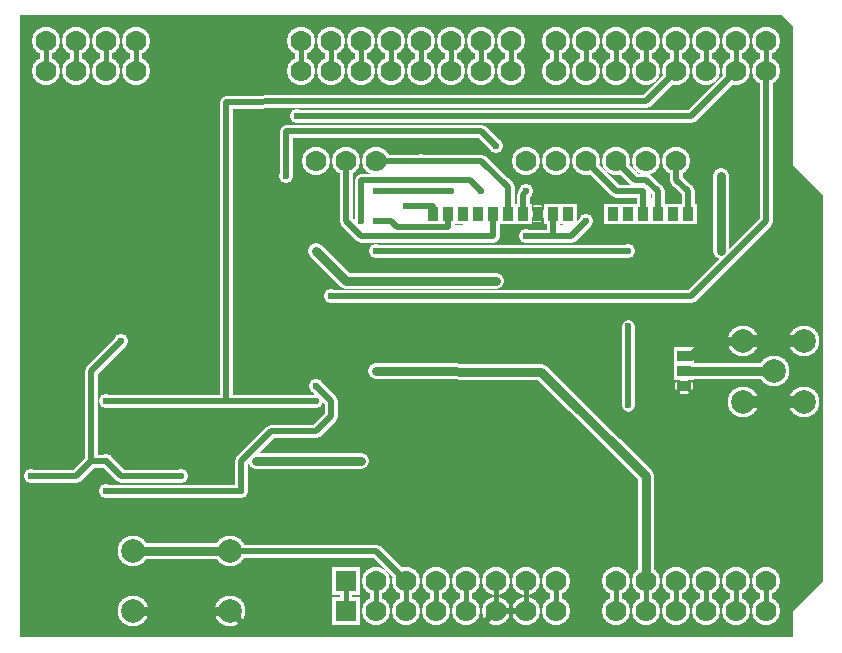
<source format=gbr>
G04 GERBER ASCII OUTPUT FROM: EDWINXP (VER. 1.61 REV. 20080915)*
G04 GERBER FORMAT: RX-274-X*
G04 BOARD: AMICUS_GPS_SHIELD*
G04 ARTWORK OF SOLD.LAYERPOSITIVE SUPERIMPOSED ON NEGATIVE*
%ASAXBY*%
%FSLAX23Y23*%
%MIA0B0*%
%MOIN*%
%OFA0.0000B0.0000*%
%SFA1B1*%
%IJA0B0*%
%INLAYER29NEGPOS*%
%IOA0B0*%
%IPPOS*%
%IR0*%
G04 APERTURE MACROS*
%AMEDWDONUT*
1,1,$1,$2,$3*
1,0,$4,$2,$3*
%
%AMEDWFRECT*
20,1,$1,$2,$3,$4,$5,$6*
%
%AMEDWORECT*
20,1,$1,$2,$3,$4,$5,$10*
20,1,$1,$4,$5,$6,$7,$10*
20,1,$1,$6,$7,$8,$9,$10*
20,1,$1,$8,$9,$2,$3,$10*
1,1,$1,$2,$3*
1,1,$1,$4,$5*
1,1,$1,$6,$7*
1,1,$1,$8,$9*
%
%AMEDWLINER*
20,1,$1,$2,$3,$4,$5,$6*
1,1,$1,$2,$3*
1,1,$1,$4,$5*
%
%AMEDWFTRNG*
4,1,3,$1,$2,$3,$4,$5,$6,$7,$8,$9*
%
%AMEDWATRNG*
4,1,3,$1,$2,$3,$4,$5,$6,$7,$8,$9*
20,1,$11,$1,$2,$3,$4,$10*
20,1,$11,$3,$4,$5,$6,$10*
20,1,$11,$5,$6,$7,$8,$10*
1,1,$11,$3,$4*
1,1,$11,$5,$6*
1,1,$11,$7,$8*
%
%AMEDWOTRNG*
20,1,$1,$2,$3,$4,$5,$8*
20,1,$1,$4,$5,$6,$7,$8*
20,1,$1,$6,$7,$2,$3,$8*
1,1,$1,$2,$3*
1,1,$1,$4,$5*
1,1,$1,$6,$7*
%
G04*
G04 APERTURE LIST*
%ADD10R,0.0700X0.0650*%
%ADD11R,0.0940X0.0890*%
%ADD12R,0.0600X0.0550*%
%ADD13R,0.0840X0.0790*%
%ADD14R,0.1350X0.1350*%
%ADD15R,0.1590X0.1590*%
%ADD16R,0.1250X0.1250*%
%ADD17R,0.1490X0.1490*%
%ADD18R,0.1700X0.1700*%
%ADD19R,0.1940X0.1940*%
%ADD20R,0.1560X0.1560*%
%ADD21R,0.1800X0.1800*%
%ADD22R,0.03937X0.05118*%
%ADD23R,0.06337X0.07518*%
%ADD24R,0.03543X0.04724*%
%ADD25R,0.05943X0.07124*%
%ADD26R,0.05118X0.03937*%
%ADD27R,0.07518X0.06337*%
%ADD28R,0.04724X0.03543*%
%ADD29R,0.07124X0.05943*%
%ADD30R,0.0860X0.0860*%
%ADD31R,0.1100X0.1100*%
%ADD32R,0.0700X0.0700*%
%ADD33R,0.0940X0.0940*%
%ADD34R,0.0900X0.0350*%
%ADD35R,0.1140X0.0590*%
%ADD36R,0.0800X0.0250*%
%ADD37R,0.1040X0.0490*%
%ADD38R,0.04724X0.06693*%
%ADD39R,0.07124X0.09093*%
%ADD40R,0.03937X0.05906*%
%ADD41R,0.06337X0.08306*%
%ADD42R,0.0650X0.0700*%
%ADD43R,0.0890X0.0940*%
%ADD44R,0.0550X0.0600*%
%ADD45R,0.0790X0.0840*%
%ADD46C,0.00039*%
%ADD48C,0.0010*%
%ADD50C,0.00118*%
%ADD52C,0.0020*%
%ADD53R,0.0020X0.0020*%
%ADD54C,0.0030*%
%ADD55R,0.0030X0.0030*%
%ADD56C,0.0040*%
%ADD57R,0.0040X0.0040*%
%ADD58C,0.00472*%
%ADD60C,0.0050*%
%ADD61R,0.0050X0.0050*%
%ADD62C,0.00512*%
%ADD63R,0.00512X0.00512*%
%ADD64C,0.00551*%
%ADD65R,0.00551X0.00551*%
%ADD66C,0.00591*%
%ADD67R,0.00591X0.00591*%
%ADD68C,0.00659*%
%ADD69R,0.00659X0.00659*%
%ADD70C,0.00669*%
%ADD72C,0.00787*%
%ADD73R,0.00787X0.00787*%
%ADD74C,0.00799*%
%ADD76C,0.0080*%
%ADD78C,0.00984*%
%ADD79R,0.00984X0.00984*%
%ADD80C,0.0100*%
%ADD81R,0.0100X0.0100*%
%ADD82C,0.01181*%
%ADD84C,0.0120*%
%ADD86C,0.0120*%
%ADD88C,0.0130*%
%ADD90C,0.0150*%
%ADD91R,0.0150X0.0150*%
%ADD92C,0.0160*%
%ADD94C,0.01698*%
%ADD95R,0.01698X0.01698*%
%ADD96C,0.01797*%
%ADD97R,0.01797X0.01797*%
%ADD98C,0.01895*%
%ADD99R,0.01895X0.01895*%
%ADD100C,0.01969*%
%ADD101R,0.01969X0.01969*%
%ADD102C,0.01994*%
%ADD103R,0.01994X0.01994*%
%ADD104C,0.0200*%
%ADD106C,0.02092*%
%ADD107R,0.02092X0.02092*%
%ADD108C,0.02362*%
%ADD109R,0.02362X0.02362*%
%ADD110C,0.0240*%
%ADD111R,0.0240X0.0240*%
%ADD112C,0.0240*%
%ADD113R,0.0240X0.0240*%
%ADD114C,0.0250*%
%ADD115R,0.0250X0.0250*%
%ADD116C,0.0290*%
%ADD118C,0.02912*%
%ADD120C,0.02951*%
%ADD122C,0.02991*%
%ADD124C,0.0300*%
%ADD125R,0.0300X0.0300*%
%ADD126C,0.03059*%
%ADD127R,0.03059X0.03059*%
%ADD128C,0.03069*%
%ADD129R,0.03069X0.03069*%
%ADD130C,0.03199*%
%ADD131R,0.03199X0.03199*%
%ADD132C,0.0320*%
%ADD133R,0.0320X0.0320*%
%ADD134C,0.0350*%
%ADD135R,0.0350X0.0350*%
%ADD136C,0.03581*%
%ADD138C,0.0360*%
%ADD140C,0.0370*%
%ADD142C,0.0390*%
%ADD143R,0.0390X0.0390*%
%ADD144C,0.03937*%
%ADD145R,0.03937X0.03937*%
%ADD146C,0.0400*%
%ADD147R,0.0400X0.0400*%
%ADD148C,0.04173*%
%ADD149R,0.04173X0.04173*%
%ADD150C,0.04369*%
%ADD152C,0.0440*%
%ADD154C,0.0450*%
%ADD155R,0.0450X0.0450*%
%ADD156C,0.0470*%
%ADD157R,0.0470X0.0470*%
%ADD158C,0.04724*%
%ADD159R,0.04724X0.04724*%
%ADD160C,0.04762*%
%ADD161R,0.04762X0.04762*%
%ADD162C,0.0490*%
%ADD163R,0.0490X0.0490*%
%ADD164C,0.0500*%
%ADD165R,0.0500X0.0500*%
%ADD166C,0.05118*%
%ADD167R,0.05118X0.05118*%
%ADD168C,0.0540*%
%ADD170C,0.05512*%
%ADD171R,0.05512X0.05512*%
%ADD172C,0.0560*%
%ADD173R,0.0560X0.0560*%
%ADD174C,0.0570*%
%ADD175R,0.0570X0.0570*%
%ADD176C,0.05724*%
%ADD177R,0.05724X0.05724*%
%ADD178C,0.0590*%
%ADD179R,0.0590X0.0590*%
%ADD180C,0.05906*%
%ADD181R,0.05906X0.05906*%
%ADD182C,0.0600*%
%ADD183R,0.0600X0.0600*%
%ADD184C,0.0620*%
%ADD185R,0.0620X0.0620*%
%ADD186C,0.06201*%
%ADD187R,0.06201X0.06201*%
%ADD188C,0.06337*%
%ADD189R,0.06337X0.06337*%
%ADD190C,0.0650*%
%ADD191R,0.0650X0.0650*%
%ADD192C,0.06693*%
%ADD193R,0.06693X0.06693*%
%ADD194C,0.0690*%
%ADD195R,0.0690X0.0690*%
%ADD196C,0.06906*%
%ADD197R,0.06906X0.06906*%
%ADD198C,0.0700*%
%ADD199R,0.0700X0.0700*%
%ADD200C,0.0710*%
%ADD201R,0.0710X0.0710*%
%ADD202C,0.07124*%
%ADD203R,0.07124X0.07124*%
%ADD204C,0.0740*%
%ADD205R,0.0740X0.0740*%
%ADD206C,0.0750*%
%ADD207R,0.0750X0.0750*%
%ADD208C,0.07598*%
%ADD210C,0.0760*%
%ADD212C,0.07874*%
%ADD214C,0.0800*%
%ADD215R,0.0800X0.0800*%
%ADD216C,0.0810*%
%ADD217R,0.0810X0.0810*%
%ADD218C,0.08306*%
%ADD219R,0.08306X0.08306*%
%ADD220C,0.0840*%
%ADD221R,0.0840X0.0840*%
%ADD222C,0.08598*%
%ADD224C,0.0860*%
%ADD225R,0.0860X0.0860*%
%ADD226C,0.08601*%
%ADD228C,0.08661*%
%ADD230C,0.0870*%
%ADD231R,0.0870X0.0870*%
%ADD232C,0.0890*%
%ADD233R,0.0890X0.0890*%
%ADD234C,0.0900*%
%ADD235R,0.0900X0.0900*%
%ADD236C,0.09093*%
%ADD237R,0.09093X0.09093*%
%ADD238C,0.0940*%
%ADD239R,0.0940X0.0940*%
%ADD240C,0.0970*%
%ADD241R,0.0970X0.0970*%
%ADD242C,0.09843*%
%ADD243R,0.09843X0.09843*%
%ADD244C,0.0990*%
%ADD245R,0.0990X0.0990*%
%ADD246C,0.09998*%
%ADD248C,0.1000*%
%ADD249R,0.1000X0.1000*%
%ADD250C,0.10274*%
%ADD252C,0.1040*%
%ADD253R,0.1040X0.1040*%
%ADD254C,0.10998*%
%ADD256C,0.1100*%
%ADD257R,0.1100X0.1100*%
%ADD258C,0.11061*%
%ADD260C,0.1110*%
%ADD261R,0.1110X0.1110*%
%ADD262C,0.1120*%
%ADD263R,0.1120X0.1120*%
%ADD264C,0.1140*%
%ADD265R,0.1140X0.1140*%
%ADD266C,0.1150*%
%ADD267R,0.1150X0.1150*%
%ADD268C,0.1200*%
%ADD269R,0.1200X0.1200*%
%ADD270C,0.1210*%
%ADD271R,0.1210X0.1210*%
%ADD272C,0.1240*%
%ADD273R,0.1240X0.1240*%
%ADD274C,0.1250*%
%ADD275R,0.1250X0.1250*%
%ADD276C,0.12992*%
%ADD277R,0.12992X0.12992*%
%ADD278C,0.1300*%
%ADD279R,0.1300X0.1300*%
%ADD280C,0.1340*%
%ADD281R,0.1340X0.1340*%
%ADD282C,0.1390*%
%ADD283R,0.1390X0.1390*%
%ADD284C,0.1420*%
%ADD285R,0.1420X0.1420*%
%ADD286C,0.1440*%
%ADD287R,0.1440X0.1440*%
%ADD288C,0.1490*%
%ADD289R,0.1490X0.1490*%
%ADD290C,0.1520*%
%ADD291R,0.1520X0.1520*%
%ADD292C,0.15374*%
%ADD293R,0.15374X0.15374*%
%ADD294C,0.1540*%
%ADD295R,0.1540X0.1540*%
%ADD296C,0.1660*%
%ADD297R,0.1660X0.1660*%
%ADD298C,0.17323*%
%ADD300C,0.1760*%
%ADD301R,0.1760X0.1760*%
%ADD302C,0.17774*%
%ADD303R,0.17774X0.17774*%
%ADD304C,0.18504*%
%ADD306C,0.18898*%
%ADD308C,0.20904*%
%ADD310C,0.2126*%
%ADD312C,0.21298*%
%ADD314C,0.22835*%
%ADD317R,0.23622X0.23622*%
%ADD319R,0.24937X0.24937*%
%ADD321R,0.26022X0.26022*%
%ADD323R,0.27337X0.27337*%
%ADD325R,0.31496X0.31496*%
%ADD327R,0.32811X0.32811*%
%ADD329R,0.33896X0.33896*%
%ADD331R,0.35211X0.35211*%
%ADD332C,0.45211*%
%ADD333R,0.45211X0.45211*%
%ADD334C,0.55211*%
%ADD335R,0.55211X0.55211*%
%ADD336C,0.65211*%
%ADD337R,0.65211X0.65211*%
%ADD338C,0.75211*%
%ADD339R,0.75211X0.75211*%
%ADD340C,0.85211*%
%ADD341R,0.85211X0.85211*%
%ADD342C,0.95211*%
%ADD343R,0.95211X0.95211*%
%ADD344C,1.05211*%
%ADD345R,1.05211X1.05211*%
%ADD346C,1.15211*%
%ADD347R,1.15211X1.15211*%
%ADD348C,1.25211*%
%ADD349R,1.25211X1.25211*%
%ADD350C,1.35211*%
%ADD351R,1.35211X1.35211*%
%ADD352C,1.45211*%
%ADD353R,1.45211X1.45211*%
%ADD354C,1.55211*%
%ADD355R,1.55211X1.55211*%
%ADD356C,1.65211*%
%ADD357R,1.65211X1.65211*%
%ADD358C,1.75211*%
%ADD359R,1.75211X1.75211*%
%ADD360C,1.85211*%
%ADD361R,1.85211X1.85211*%
%ADD362C,1.95211*%
%ADD363R,1.95211X1.95211*%
G04*
%LNLLAYER29CPOURD*%
%LPD*%
G36*
X1600Y88D02*
X1550Y13D01*
X13Y13D01*
X13Y2088D01*
X2550Y2088D01*
X2588Y2050D01*
X2588Y1588D01*
X2688Y1488D01*
X2688Y200D01*
X2588Y100D01*
X2588Y13D01*
X1613Y13D01*
X1600Y88D01*
G37*
G36*
X1600Y100D02*
X1475Y13D01*
X1700Y13D01*
X1600Y100D01*
G37*
%LNLLAYER29CRELIEVEC*%
%LPC*%
G36*
X2100Y1450D02*
X2098Y1459D01*
X2097Y1460D01*
X2097Y1507D01*
X2107Y1506D01*
X2110Y1506D01*
X2116Y1500D01*
X2117Y1479D01*
X2125Y1479D01*
X2124Y1470D01*
X2124Y1459D01*
X2122Y1449D01*
X2113Y1450D01*
X2100Y1450D01*
G37*
G36*
X1800Y1361D02*
X1799Y1371D01*
X1798Y1375D01*
X1798Y1381D01*
X1798Y1387D01*
X1799Y1389D01*
X1845Y1390D01*
X1845Y1398D01*
X1855Y1398D01*
X1866Y1398D01*
X1865Y1388D01*
X1865Y1385D01*
X1850Y1370D01*
X1830Y1369D01*
X1830Y1361D01*
X1820Y1361D01*
X1815Y1361D01*
X1800Y1361D01*
G37*
G36*
X1450Y1361D02*
X1447Y1371D01*
X1447Y1375D01*
X1448Y1381D01*
X1448Y1387D01*
X1449Y1389D01*
X1527Y1390D01*
X1527Y1398D01*
X1537Y1398D01*
X1542Y1398D01*
X1551Y1397D01*
X1573Y1397D01*
X1573Y1387D01*
X1573Y1370D01*
X1560Y1369D01*
X1560Y1361D01*
X1551Y1361D01*
X1546Y1361D01*
X1537Y1362D01*
X1472Y1362D01*
X1471Y1361D01*
X1465Y1361D01*
X1450Y1361D01*
G37*
G36*
X1148Y1361D02*
X1147Y1371D01*
X1144Y1374D01*
X1144Y1378D01*
X1152Y1381D01*
X1153Y1382D01*
X1158Y1388D01*
X1159Y1390D01*
X1162Y1399D01*
X1161Y1402D01*
X1160Y1411D01*
X1160Y1431D01*
X1160Y1438D01*
X1160Y1446D01*
X1160Y1454D01*
X1160Y1462D01*
X1160Y1470D01*
X1160Y1478D01*
X1160Y1494D01*
X1160Y1502D01*
X1160Y1516D01*
X1161Y1518D01*
X1549Y1519D01*
X1546Y1521D01*
X1514Y1554D01*
X1512Y1555D01*
X1215Y1559D01*
X1215Y1563D01*
X1216Y1563D01*
X1225Y1571D01*
X1225Y1572D01*
X1228Y1577D01*
X1230Y1587D01*
X1240Y1587D01*
X1342Y1587D01*
X1346Y1586D01*
X1357Y1586D01*
X1358Y1587D01*
X1541Y1587D01*
X1616Y1512D01*
X1624Y1512D01*
X1623Y1502D01*
X1623Y1458D01*
X1510Y1457D01*
X1287Y1456D01*
X1286Y1451D01*
X1286Y1441D01*
X1288Y1439D01*
X1289Y1437D01*
X1296Y1431D01*
X1365Y1429D01*
X1365Y1400D01*
X1186Y1399D01*
X1187Y1396D01*
X1189Y1390D01*
X1192Y1385D01*
X1250Y1378D01*
X1255Y1374D01*
X1255Y1370D01*
X1199Y1369D01*
X1199Y1361D01*
X1189Y1361D01*
X1178Y1361D01*
X1170Y1361D01*
X1162Y1361D01*
X1148Y1361D01*
G37*
D25* 
X1388Y1425D02*D03*
X1438Y1425D02*D03*
X1488Y1425D02*D03*
X1538Y1425D02*D03*
X1588Y1425D02*D03*
X1638Y1425D02*D03*
X1688Y1425D02*D03*
X1788Y1425D02*D03*
X1838Y1425D02*D03*
X1988Y1425D02*D03*
X2038Y1425D02*D03*
X2088Y1425D02*D03*
X2138Y1425D02*D03*
X2188Y1425D02*D03*
X2238Y1425D02*D03*
D29* 
X2226Y901D02*D03*
D238*
X1800Y2000D02*D03*
X1900Y2000D02*D03*
X2000Y2000D02*D03*
X2100Y2000D02*D03*
X2200Y2000D02*D03*
X2300Y2000D02*D03*
X2400Y2000D02*D03*
X2500Y2000D02*D03*
X1300Y100D02*D03*
X1400Y100D02*D03*
X1500Y100D02*D03*
X1800Y100D02*D03*
X950Y2000D02*D03*
X1050Y2000D02*D03*
X1150Y2000D02*D03*
X1250Y2000D02*D03*
X1350Y2000D02*D03*
X1450Y2000D02*D03*
X1550Y2000D02*D03*
X1650Y2000D02*D03*
X2000Y100D02*D03*
X2100Y100D02*D03*
X2200Y100D02*D03*
X2300Y100D02*D03*
X2400Y100D02*D03*
X2500Y100D02*D03*
D33* 
X1100Y200D02*D03*
D238*
X1200Y200D02*D03*
X1300Y200D02*D03*
X1400Y200D02*D03*
X1500Y200D02*D03*
X1800Y200D02*D03*
X100Y1900D02*D03*
X200Y1900D02*D03*
X300Y1900D02*D03*
X400Y1900D02*D03*
X2000Y200D02*D03*
X2100Y200D02*D03*
X2200Y200D02*D03*
X2300Y200D02*D03*
X2400Y200D02*D03*
X2500Y200D02*D03*
X950Y1900D02*D03*
X1050Y1900D02*D03*
X1150Y1900D02*D03*
X1250Y1900D02*D03*
X1350Y1900D02*D03*
X1450Y1900D02*D03*
X1550Y1900D02*D03*
X1650Y1900D02*D03*
X1800Y1900D02*D03*
X1900Y1900D02*D03*
X2000Y1900D02*D03*
X2100Y1900D02*D03*
X2200Y1900D02*D03*
X2300Y1900D02*D03*
X2400Y1900D02*D03*
X2500Y1900D02*D03*
X1700Y1600D02*D03*
X1800Y1600D02*D03*
X1900Y1600D02*D03*
X2000Y1600D02*D03*
X2100Y1600D02*D03*
X2200Y1600D02*D03*
D250*
X712Y300D02*D03*
X388Y300D02*D03*
X2525Y900D02*D03*
D238*
X1000Y1600D02*D03*
X1100Y1600D02*D03*
X1200Y1600D02*D03*
X100Y2000D02*D03*
X200Y2000D02*D03*
X300Y2000D02*D03*
X400Y2000D02*D03*
D33* 
X1100Y100D02*D03*
D238*
X1200Y100D02*D03*
D248*
X100Y100D02*D03*
X600Y2000D02*D03*
X2600Y300D02*D03*
D29* 
X2226Y951D02*D03*
D86* 
G75*
G01X1760Y1417D02*
G03X1760Y1433I-22J8D01*
G01*
G75*
G01X1746Y1447D02*
G03X1729Y1447I-8J-22D01*
G01*
G75*
G01X1715Y1433D02*
G03X1715Y1417I22J-8D01*
G01*
G75*
G01X1729Y1403D02*
G03X1746Y1403I8J22D01*
G01*
D250*
X712Y100D02*D03*
X388Y100D02*D03*
D86* 
G75*
G01X2235Y874D02*
G03X2218Y874I-8J-22D01*
G01*
G75*
G01X2204Y859D02*
G03X2204Y843I22J-8D01*
G01*
G75*
G01X2218Y829D02*
G03X2235Y829I8J22D01*
G01*
G75*
G01X2249Y843D02*
G03X2249Y859I-22J8D01*
G01*
D250*
X2625Y799D02*D03*
X2625Y1000D02*D03*
X2424Y799D02*D03*
X2424Y1000D02*D03*
D238*
X1600Y200D02*D03*
X1700Y200D02*D03*
X1600Y100D02*D03*
X1700Y100D02*D03*
D160*
X350Y1000D02*D03*
X1900Y1400D02*D03*
X1700Y1350D02*D03*
X1150Y600D02*D03*
X800Y600D02*D03*
X550Y550D02*D03*
X300Y600D02*D03*
X50Y550D02*D03*
X1000Y850D02*D03*
X750Y500D02*D03*
X300Y500D02*D03*
X1000Y800D02*D03*
X300Y800D02*D03*
X935Y1750D02*D03*
X1050Y1150D02*D03*
X1200Y900D02*D03*
X1200Y1300D02*D03*
X2038Y1300D02*D03*
X899Y1550D02*D03*
X1600Y1650D02*D03*
X1700Y1500D02*D03*
X2350Y1300D02*D03*
X2350Y1550D02*D03*
X1300Y1450D02*D03*
X1600Y1200D02*D03*
X1000Y1300D02*D03*
X1200Y1500D02*D03*
D108*
X1800Y1000D02*D03*
X1800Y1100D02*D03*
X1400Y700D02*D03*
X1500Y800D02*D03*
X1400Y800D02*D03*
X1400Y1100D02*D03*
X1500Y1100D02*D03*
X1600Y1100D02*D03*
X1600Y1000D02*D03*
X1500Y1000D02*D03*
X1400Y1000D02*D03*
D160*
X1450Y1500D02*D03*
X1150Y1400D02*D03*
X1550Y1500D02*D03*
X1200Y1400D02*D03*
X1350Y1600D02*D03*
D108*
X2225Y1000D02*D03*
X2038Y1050D02*D03*
X2038Y788D02*D03*
X2400Y600D02*D03*
X2600Y700D02*D03*
X2500Y700D02*D03*
X2400Y700D02*D03*
X2500Y1100D02*D03*
X2400Y1100D02*D03*
X2200Y1200D02*D03*
X2100Y1200D02*D03*
X1975Y1200D02*D03*
X1975Y1000D02*D03*
X1975Y1100D02*D03*
X1800Y1200D02*D03*
X100Y700D02*D03*
X400Y700D02*D03*
X800Y550D02*D03*
X2600Y500D02*D03*
X2500Y500D02*D03*
X2400Y500D02*D03*
X1975Y900D02*D03*
X1975Y800D02*D03*
X2225Y800D02*D03*
X2600Y600D02*D03*
X2500Y600D02*D03*
X300Y863D02*D03*
X763Y900D02*D03*
X200Y700D02*D03*
D100*
X850Y1200D02*
X850Y1663D01*
X712Y100D02*
X779Y33D01*
X1533Y33D01*
X1600Y100D01*
D124*
X1900Y1250D02*
X1350Y1250D01*
X388Y100D02*
X712Y100D01*
D146*
X2424Y1000D02*
X2625Y1000D01*
X2424Y799D02*
X2625Y799D01*
D100*
X1700Y100D02*
X1600Y100D01*
X2226Y951D02*
X2250Y951D01*
D124*
X2250Y951D02*
X2299Y1000D01*
X2424Y1000D01*
D100*
X650Y713D02*
X650Y600D01*
X700Y550D01*
D92* 
X1700Y200D02*
X1700Y100D01*
X1600Y100D02*
X1600Y200D01*
D146*
X1800Y1900D02*
X1800Y2000D01*
D150*
X1900Y1400D02*
X1850Y1350D01*
X1788Y1350D01*
X1788Y1425D01*
X1700Y1350D02*
X1788Y1350D01*
X350Y1000D02*
X250Y900D01*
X250Y600D01*
D168*
X800Y600D02*
X1150Y600D01*
D150*
X550Y550D02*
X350Y550D01*
X300Y600D01*
X250Y600D01*
X200Y550D01*
X50Y550D01*
D146*
X1400Y200D02*
X1400Y100D01*
X1900Y1900D02*
X1900Y2000D01*
X1500Y100D02*
X1500Y200D01*
X2000Y1900D02*
X2000Y2000D01*
D150*
X750Y500D02*
X750Y600D01*
X850Y700D01*
X1000Y700D01*
X1050Y750D01*
X1050Y800D01*
X1000Y850D01*
D152*
X300Y500D02*
X750Y500D01*
D146*
X2100Y1900D02*
X2100Y2000D01*
X1800Y100D02*
X1800Y200D01*
D152*
X1000Y800D02*
X700Y800D01*
X300Y800D01*
D150*
X2200Y1900D02*
X2100Y1800D01*
X950Y1800D01*
X699Y1798D01*
X700Y850D01*
D152*
X700Y850D02*
X700Y800D01*
D146*
X2200Y1900D02*
X2200Y2000D01*
X2300Y1900D02*
X2300Y2000D01*
D150*
X2400Y1900D02*
X2250Y1750D01*
X935Y1750D01*
D146*
X2400Y1900D02*
X2400Y2000D01*
D150*
X712Y300D02*
X1200Y300D01*
X1300Y200D01*
D168*
X712Y300D02*
X388Y300D01*
D146*
X1300Y200D02*
X1300Y100D01*
D150*
X2500Y1900D02*
X2500Y1400D01*
X2250Y1150D01*
X1050Y1150D01*
D146*
X2500Y1900D02*
X2500Y2000D01*
X2000Y100D02*
X2000Y200D01*
D168*
X2100Y200D02*
X2100Y550D01*
X1751Y899D01*
X1200Y900D01*
D146*
X2100Y200D02*
X2100Y100D01*
D150*
X2038Y1300D02*
X1200Y1300D01*
X2038Y788D02*
X2038Y1050D01*
D146*
X2200Y200D02*
X2200Y100D01*
X2300Y100D02*
X2300Y200D01*
X2400Y100D02*
X2400Y200D01*
X2500Y100D02*
X2500Y200D01*
X950Y1900D02*
X950Y2000D01*
X1050Y1900D02*
X1050Y2000D01*
X1150Y1900D02*
X1150Y2000D01*
X1250Y1900D02*
X1250Y2000D01*
X1350Y1900D02*
X1350Y2000D01*
X1450Y1900D02*
X1450Y2000D01*
X1550Y1900D02*
X1550Y2000D01*
X1650Y1900D02*
X1650Y2000D01*
X100Y1900D02*
X100Y2000D01*
X200Y1900D02*
X200Y2000D01*
X300Y1900D02*
X300Y2000D01*
X400Y1900D02*
X400Y2000D01*
X1100Y100D02*
X1100Y200D01*
X1200Y100D02*
X1200Y200D01*
D168*
X2525Y900D02*
X2450Y900D01*
D150*
X2450Y900D02*
X2448Y901D01*
D168*
X2448Y901D02*
X2226Y901D01*
D150*
X1600Y1650D02*
X1550Y1700D01*
X900Y1700D01*
X899Y1550D01*
X1700Y1500D02*
X1688Y1488D01*
X1688Y1425D01*
D168*
X2350Y1550D02*
X2350Y1300D01*
D150*
X1300Y1450D02*
X1388Y1450D01*
X1388Y1425D01*
X1388Y1425D01*
D168*
X1000Y1300D02*
X1100Y1200D01*
X1600Y1200D01*
D152*
X1450Y1500D02*
X1200Y1500D01*
D150*
X1588Y1425D02*
X1588Y1350D01*
X1150Y1350D01*
X1100Y1400D01*
X1100Y1600D01*
X1550Y1500D02*
X1512Y1538D01*
X1150Y1538D01*
X1150Y1400D01*
X2088Y1425D02*
X2088Y1500D01*
X2000Y1500D01*
X1900Y1600D01*
X2138Y1425D02*
X2138Y1500D01*
X2100Y1537D01*
X2063Y1537D01*
X2000Y1600D01*
X2200Y1600D02*
X2200Y1538D01*
X2238Y1500D01*
X2238Y1425D01*
X1200Y1400D02*
X1250Y1400D01*
X1269Y1381D01*
X1438Y1381D01*
X1438Y1425D01*
X1350Y1600D02*
X1200Y1600D01*
X1350Y1600D02*
X1550Y1600D01*
X1638Y1513D01*
X1638Y1425D01*
%LNLLAYER29CFILLD*%
%LPD*%
D24* 
X1388Y1425D02*D03*
X1438Y1425D02*D03*
X1488Y1425D02*D03*
X1538Y1425D02*D03*
X1588Y1425D02*D03*
X1638Y1425D02*D03*
X1688Y1425D02*D03*
X1788Y1425D02*D03*
X1838Y1425D02*D03*
X1988Y1425D02*D03*
X2038Y1425D02*D03*
X2088Y1425D02*D03*
X2138Y1425D02*D03*
X2188Y1425D02*D03*
X2238Y1425D02*D03*
D28* 
X2226Y901D02*D03*
D198*
X1800Y2000D02*D03*
X1900Y2000D02*D03*
X2000Y2000D02*D03*
X2100Y2000D02*D03*
X2200Y2000D02*D03*
X2300Y2000D02*D03*
X2400Y2000D02*D03*
X2500Y2000D02*D03*
X1300Y100D02*D03*
X1400Y100D02*D03*
X1500Y100D02*D03*
X1800Y100D02*D03*
X950Y2000D02*D03*
X1050Y2000D02*D03*
X1150Y2000D02*D03*
X1250Y2000D02*D03*
X1350Y2000D02*D03*
X1450Y2000D02*D03*
X1550Y2000D02*D03*
X1650Y2000D02*D03*
X2000Y100D02*D03*
X2100Y100D02*D03*
X2200Y100D02*D03*
X2300Y100D02*D03*
X2400Y100D02*D03*
X2500Y100D02*D03*
D32* 
X1100Y200D02*D03*
D198*
X1200Y200D02*D03*
X1300Y200D02*D03*
X1400Y200D02*D03*
X1500Y200D02*D03*
X1800Y200D02*D03*
X100Y1900D02*D03*
X200Y1900D02*D03*
X300Y1900D02*D03*
X400Y1900D02*D03*
X2000Y200D02*D03*
X2100Y200D02*D03*
X2200Y200D02*D03*
X2300Y200D02*D03*
X2400Y200D02*D03*
X2500Y200D02*D03*
X950Y1900D02*D03*
X1050Y1900D02*D03*
X1150Y1900D02*D03*
X1250Y1900D02*D03*
X1350Y1900D02*D03*
X1450Y1900D02*D03*
X1550Y1900D02*D03*
X1650Y1900D02*D03*
X1800Y1900D02*D03*
X1900Y1900D02*D03*
X2000Y1900D02*D03*
X2100Y1900D02*D03*
X2200Y1900D02*D03*
X2300Y1900D02*D03*
X2400Y1900D02*D03*
X2500Y1900D02*D03*
X1700Y1600D02*D03*
X1800Y1600D02*D03*
X1900Y1600D02*D03*
X2000Y1600D02*D03*
X2100Y1600D02*D03*
X2200Y1600D02*D03*
D212*
X712Y300D02*D03*
X388Y300D02*D03*
X2525Y900D02*D03*
D198*
X1000Y1600D02*D03*
X1100Y1600D02*D03*
X1200Y1600D02*D03*
X100Y2000D02*D03*
X200Y2000D02*D03*
X300Y2000D02*D03*
X400Y2000D02*D03*
D32* 
X1100Y100D02*D03*
D198*
X1200Y100D02*D03*
D248*
X100Y100D02*D03*
X600Y2000D02*D03*
X2600Y300D02*D03*
D28* 
X2226Y951D02*D03*
D24* 
X1738Y1425D02*D03*
D212*
X712Y100D02*D03*
X388Y100D02*D03*
D28* 
X2226Y851D02*D03*
D212*
X2625Y799D02*D03*
X2625Y1000D02*D03*
X2424Y799D02*D03*
X2424Y1000D02*D03*
D198*
X1600Y200D02*D03*
X1700Y200D02*D03*
X1600Y100D02*D03*
X1700Y100D02*D03*
D108*
X650Y713D02*D03*
X1900Y1250D02*D03*
X1350Y1250D02*D03*
X700Y550D02*D03*
X350Y1000D02*D03*
X1900Y1400D02*D03*
X1700Y1350D02*D03*
X1150Y600D02*D03*
X800Y600D02*D03*
X550Y550D02*D03*
X300Y600D02*D03*
X50Y550D02*D03*
X1000Y850D02*D03*
X750Y500D02*D03*
X300Y500D02*D03*
X1000Y800D02*D03*
X300Y800D02*D03*
X935Y1750D02*D03*
X1050Y1150D02*D03*
X1200Y900D02*D03*
X1200Y1300D02*D03*
X2038Y1300D02*D03*
X899Y1550D02*D03*
X1600Y1650D02*D03*
X1700Y1500D02*D03*
X2350Y1300D02*D03*
X2350Y1550D02*D03*
X1300Y1450D02*D03*
X1600Y1200D02*D03*
X1000Y1300D02*D03*
X1200Y1500D02*D03*
X1800Y1000D02*D03*
X1800Y1100D02*D03*
X1400Y700D02*D03*
X1500Y800D02*D03*
X1400Y800D02*D03*
X1400Y1100D02*D03*
X1500Y1100D02*D03*
X1600Y1100D02*D03*
X1600Y1000D02*D03*
X1500Y1000D02*D03*
X1400Y1000D02*D03*
X1450Y1500D02*D03*
X1150Y1400D02*D03*
X1550Y1500D02*D03*
X1200Y1400D02*D03*
X1350Y1600D02*D03*
X850Y1200D02*D03*
X2225Y1000D02*D03*
X2038Y1050D02*D03*
X2038Y788D02*D03*
X2400Y600D02*D03*
X2600Y700D02*D03*
X2500Y700D02*D03*
X2400Y700D02*D03*
X2500Y1100D02*D03*
X2400Y1100D02*D03*
X2200Y1200D02*D03*
X2100Y1200D02*D03*
X1975Y1200D02*D03*
X1975Y1000D02*D03*
X1975Y1100D02*D03*
X1800Y1200D02*D03*
X850Y1663D02*D03*
X100Y700D02*D03*
X400Y700D02*D03*
X800Y550D02*D03*
X2600Y500D02*D03*
X2500Y500D02*D03*
X2400Y500D02*D03*
X1975Y900D02*D03*
X1975Y800D02*D03*
X2225Y800D02*D03*
X2600Y600D02*D03*
X2500Y600D02*D03*
X300Y863D02*D03*
X763Y900D02*D03*
X200Y700D02*D03*
D100*
X850Y1200D02*
X850Y1663D01*
X712Y100D02*
X779Y33D01*
X1533Y33D01*
X1600Y100D01*
D124*
X1900Y1250D02*
X1350Y1250D01*
X388Y100D02*
X712Y100D01*
D146*
X2424Y1000D02*
X2625Y1000D01*
X2424Y799D02*
X2625Y799D01*
D100*
X1700Y100D02*
X1600Y100D01*
X2226Y951D02*
X2250Y951D01*
D124*
X2250Y951D02*
X2299Y1000D01*
X2424Y1000D01*
D100*
X650Y713D02*
X650Y600D01*
X700Y550D01*
D92* 
X1700Y200D02*
X1700Y100D01*
X1600Y100D02*
X1600Y200D01*
X1800Y1900D02*
X1800Y2000D01*
D100*
X1900Y1400D02*
X1850Y1350D01*
X1788Y1350D01*
X1788Y1425D01*
X1700Y1350D02*
X1788Y1350D01*
X350Y1000D02*
X250Y900D01*
X250Y600D01*
D124*
X800Y600D02*
X1150Y600D01*
D100*
X550Y550D02*
X350Y550D01*
X300Y600D01*
X250Y600D01*
X200Y550D01*
X50Y550D01*
D92* 
X1400Y200D02*
X1400Y100D01*
X1900Y1900D02*
X1900Y2000D01*
X1500Y100D02*
X1500Y200D01*
X2000Y1900D02*
X2000Y2000D01*
D100*
X750Y500D02*
X750Y600D01*
X850Y700D01*
X1000Y700D01*
X1050Y750D01*
X1050Y800D01*
X1000Y850D01*
D104*
X300Y500D02*
X750Y500D01*
D92* 
X2100Y1900D02*
X2100Y2000D01*
X1800Y100D02*
X1800Y200D01*
D104*
X1000Y800D02*
X700Y800D01*
X300Y800D01*
D100*
X2200Y1900D02*
X2100Y1800D01*
X950Y1800D01*
X699Y1798D01*
X700Y850D01*
D104*
X700Y850D02*
X700Y800D01*
D92* 
X2200Y1900D02*
X2200Y2000D01*
X2300Y1900D02*
X2300Y2000D01*
D100*
X2400Y1900D02*
X2250Y1750D01*
X935Y1750D01*
D92* 
X2400Y1900D02*
X2400Y2000D01*
D100*
X712Y300D02*
X1200Y300D01*
X1300Y200D01*
D124*
X712Y300D02*
X388Y300D01*
D92* 
X1300Y200D02*
X1300Y100D01*
D100*
X2500Y1900D02*
X2500Y1400D01*
X2250Y1150D01*
X1050Y1150D01*
D92* 
X2500Y1900D02*
X2500Y2000D01*
X2000Y100D02*
X2000Y200D01*
D124*
X2100Y200D02*
X2100Y550D01*
X1751Y899D01*
X1200Y900D01*
D92* 
X2100Y200D02*
X2100Y100D01*
D100*
X2038Y1300D02*
X1200Y1300D01*
X2038Y788D02*
X2038Y1050D01*
D92* 
X2200Y200D02*
X2200Y100D01*
X2300Y100D02*
X2300Y200D01*
X2400Y100D02*
X2400Y200D01*
X2500Y100D02*
X2500Y200D01*
X950Y1900D02*
X950Y2000D01*
X1050Y1900D02*
X1050Y2000D01*
X1150Y1900D02*
X1150Y2000D01*
X1250Y1900D02*
X1250Y2000D01*
X1350Y1900D02*
X1350Y2000D01*
X1450Y1900D02*
X1450Y2000D01*
X1550Y1900D02*
X1550Y2000D01*
X1650Y1900D02*
X1650Y2000D01*
X100Y1900D02*
X100Y2000D01*
X200Y1900D02*
X200Y2000D01*
X300Y1900D02*
X300Y2000D01*
X400Y1900D02*
X400Y2000D01*
X1100Y100D02*
X1100Y200D01*
X1200Y100D02*
X1200Y200D01*
D124*
X2525Y900D02*
X2450Y900D01*
D100*
X2450Y900D02*
X2448Y901D01*
D124*
X2448Y901D02*
X2226Y901D01*
D100*
X1600Y1650D02*
X1550Y1700D01*
X900Y1700D01*
X899Y1550D01*
X1700Y1500D02*
X1688Y1488D01*
X1688Y1425D01*
D124*
X2350Y1550D02*
X2350Y1300D01*
D100*
X1300Y1450D02*
X1388Y1450D01*
X1388Y1425D01*
X1388Y1425D01*
D124*
X1000Y1300D02*
X1100Y1200D01*
X1600Y1200D01*
D104*
X1450Y1500D02*
X1200Y1500D01*
D100*
X1588Y1425D02*
X1588Y1350D01*
X1150Y1350D01*
X1100Y1400D01*
X1100Y1600D01*
X1550Y1500D02*
X1512Y1538D01*
X1150Y1538D01*
X1150Y1400D01*
X2088Y1425D02*
X2088Y1500D01*
X2000Y1500D01*
X1900Y1600D01*
X2138Y1425D02*
X2138Y1500D01*
X2100Y1537D01*
X2063Y1537D01*
X2000Y1600D01*
X2200Y1600D02*
X2200Y1538D01*
X2238Y1500D01*
X2238Y1425D01*
X1200Y1400D02*
X1250Y1400D01*
X1269Y1381D01*
X1438Y1381D01*
X1438Y1425D01*
X1350Y1600D02*
X1200Y1600D01*
X1350Y1600D02*
X1550Y1600D01*
X1638Y1513D01*
X1638Y1425D01*
M02*

</source>
